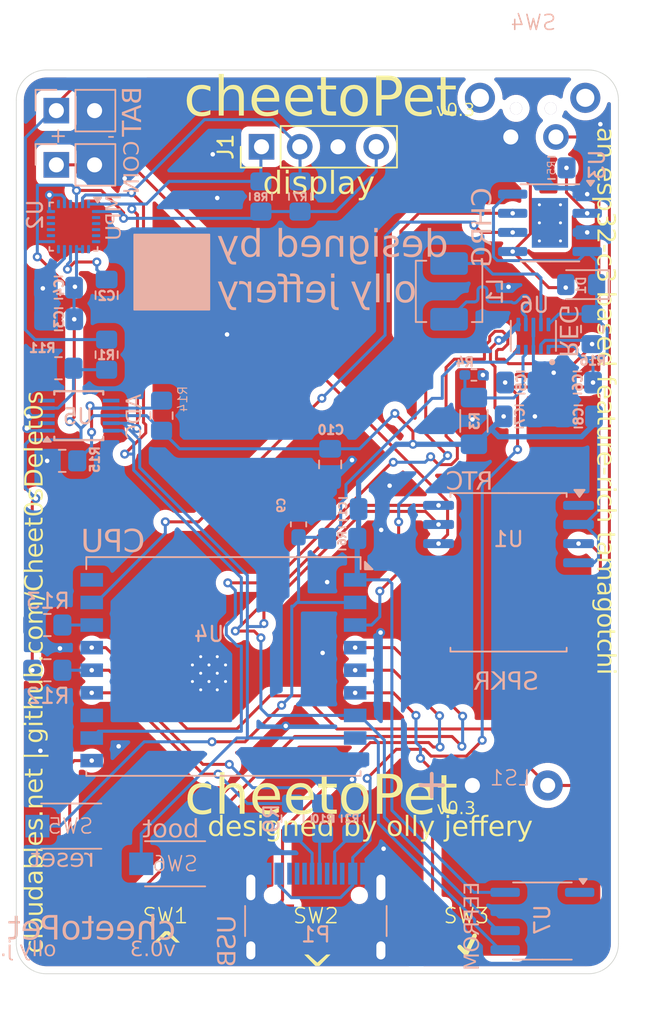
<source format=kicad_pcb>
(kicad_pcb (version 20241229) (generator "pcbnew") (generator_version "9.0")
  (title_block (rev "v0.2"))
  (layers (0 "F.Cu" signal) (2 "B.Cu" signal) (13 "F.Paste" user) (15 "B.Paste" user) (5 "F.SilkS" user "F.Silkscreen") (7 "B.SilkS" user "B.Silkscreen") (1 "F.Mask" user) (3 "B.Mask" user) (25 "Edge.Cuts" user))
  (net 0 "")
  (net 1 "+BATT")
  (net 2 "GND")
  (net 3 "Net-(BT2-+)")
  (net 4 "+3.3V")
  (net 5 "Net-(U2-REGOUT)")
  (net 6 "SDA")
  (net 7 "SCL")
  (net 8 "VI")
  (net 9 "AIN1")
  (net 10 "PG")
  (net 11 "Net-(U1-~{INT}{slash}SQW)")
  (net 12 "Net-(P1-CC)")
  (net 13 "Net-(P1-D+)")
  (net 15 "Net-(P1-D-)")
  (net 16 "IO0")
  (net 17 "Net-(U3-PROG)")
  (net 18 "D-")
  (net 19 "D+")
  (net 20 "B")
  (net 21 "X")
  (net 22 "A")
  (net 25 "IO2")
  (net 29 "Net-(U3-~{CHRG})")
  (net 30 "Net-(U3-~{STDBY})")
  (net 31 "AIN2")
  (net 32 "Net-(U5-AIN0)")
  (net 35 "Net-(U6-L2)")
  (net 36 "Net-(U6-L1)")
  (net 37 "Net-(U6-FB)")
  (net 38 "Net-(U5-AIN3)")
  (net 40 "MODE")
  (net 41 "Net-(U4-IO10)")
  (footprint "Library:PushButton_SMD_3_4_2mm" (layer "F.Cu") (at 148.3 125.35)
    (property "Reference" "SW1")
    (property "Value" "B")
  )
  (footprint "Library:PushButton_SMD_3_4_2mm" (layer "F.Cu") (at 168.3 125.35)
    (property "Reference" "SW3")
    (property "Value" "A")
  )
  (footprint "Library:PushButton_SMD_3_4_2mm" (layer "F.Cu") (at 158.3 125.35)
    (property "Reference" "SW2")
    (property "Value" "X")
  )
  (footprint "Connector_PinHeader_2.54mm:PinHeader_1x04_P2.54mm_Vertical" (layer "F.Cu") (at 154.69 74.3 90)
    (property "Reference" "J1")
    (property "Value" "SH1107 Display 128x128")
  )
  (footprint "Resistor_SMD:R_1206_3216Metric_Pad1.30x1.75mm_HandSolder" (layer "B.Cu") (at 168.8 92.5 90)
    (property "Reference" "R3")
    (property "Value" "1M")
  )
  (footprint "Resistor_SMD:R_0805_2012Metric_Pad1.20x1.40mm_HandSolder" (layer "B.Cu") (at 160.05 100.3 180)
    (property "Reference" "R6")
    (property "Value" "10k")
  )
  (footprint "cheeto:PS1240_PassiveBuzzer_12.2x3.5mm" (layer "B.Cu") (at 171.2 116.7 180)
    (property "Reference" "LS1")
    (property "Value" "spkr")
  )
  (footprint "Library:PushButton_SMD_3_4_2mm" (layer "B.Cu") (at 142.05 119.4 180)
    (property "Reference" "SW5")
    (property "Value" "RESET")
  )
  (footprint "cheeto:side switch" (layer "B.Cu") (at 172.75 72.15 180)
    (property "Reference" "SW4")
    (property "Value" "POWER")
  )
  (footprint "Sensor_Motion:InvenSense_QFN-24_3x3mm_P0.4mm" (layer "B.Cu") (at 142.2 79.6 180)
    (property "Reference" "U2")
    (property "Value" "MPU-9250")
  )
  (footprint "Resistor_SMD:R_0805_2012Metric_Pad1.20x1.40mm_HandSolder" (layer "B.Cu") (at 154.65 77.6 -90)
    (property "Reference" "R8")
    (property "Value" "4.7k")
  )
  (footprint "Resistor_SMD:R_0805_2012Metric_Pad1.20x1.40mm_HandSolder" (layer "B.Cu") (at 141.45 95.15 180)
    (property "Reference" "R15")
    (property "Value" "100k")
  )
  (footprint "Package_SO:SOIC-8-1EP_3.9x4.9mm_P1.27mm_EP2.41x3.3mm_ThermalVias" (layer "B.Cu") (at 173.85 79.35 180)
    (property "Reference" "U3")
    (property "Value" "TP4056-42-ESOP8")
  )
  (footprint "Capacitor_SMD:C_0805_2012Metric_Pad1.18x1.45mm_HandSolder" (layer "B.Cu") (at 141.2 83.65 180)
    (property "Reference" "C4")
    (property "Value" "10uF")
  )
  (footprint "Library:PushButton_SMD_3_4_2mm" (layer "B.Cu") (at 148.95 121.9 180)
    (property "Reference" "SW6")
    (property "Value" "BOOT")
  )
  (footprint "Resistor_SMD:R_0805_2012Metric_Pad1.20x1.40mm_HandSolder" (layer "B.Cu") (at 140.46 106.05)
    (property "Reference" "R13")
    (property "Value" "10k")
  )
  (footprint "Resistor_SMD:R_0805_2012Metric_Pad1.20x1.40mm_HandSolder" (layer "B.Cu") (at 141.2 89 180)
    (property "Reference" "R11")
    (property "Value" "100k")
  )
  (footprint "Resistor_SMD:R_0805_2012Metric_Pad1.20x1.40mm_HandSolder" (layer "B.Cu") (at 176.65 86.4 90)
    (property "Reference" "R16")
    (property "Value" "100k")
  )
  (footprint "Diode_SMD:D_0805_2012Metric_Pad1.15x1.40mm_HandSolder" (layer "B.Cu") (at 175.925 83.45 180)
    (property "Reference" "D1")
    (property "Value" "D")
  )
  (footprint "Capacitor_SMD:C_0805_2012Metric_Pad1.18x1.45mm_HandSolder" (layer "B.Cu") (at 171.9125 89.95)
    (property "Reference" "C5")
    (property "Value" "10µF")
  )
  (footprint "Package_SO:SOIC-16W_7.5x10.3mm_P1.27mm" (layer "B.Cu") (at 171.1 102.55 180)
    (property "Reference" "U1")
    (property "Value" "DS3231M")
  )
  (footprint "Resistor_SMD:R_0402_1005Metric_Pad0.72x0.64mm_HandSolder" (layer "B.Cu") (at 168.8 89.45 180)
    (property "Reference" "R4")
    (property "Value" "309k")
  )
  (footprint "Resistor_SMD:R_0805_2012Metric_Pad1.20x1.40mm_HandSolder" (layer "B.Cu") (at 148.05 92.15 90)
    (property "Reference" "R14")
    (property "Value" "100k")
  )
  (footprint "Resistor_SMD:R_0805_2012Metric_Pad1.20x1.40mm_HandSolder" (layer "B.Cu") (at 160.75 118.9 90)
    (property "Reference" "R2")
    (property "Value" "5.1k")
  )
  (footprint "Package_SO:SOIC-8_3.9x4.9mm_P1.27mm" (layer "B.Cu") (at 173.35 125.7 180)
    (property "Reference" "U7")
    (property "Value" "AT24CS04-SSHM")
  )
  (footprint "Resistor_SMD:R_0805_2012Metric_Pad1.20x1.40mm_HandSolder" (layer "B.Cu") (at 157.25 77.6 -90)
    (property "Reference" "R7")
    (property "Value" "4.7k")
  )
  (footprint "Capacitor_SMD:C_0805_2012Metric_Pad1.18x1.45mm_HandSolder" (layer "B.Cu") (at 175.7375 92.2)
    (property "Reference" "C8")
    (property "Value" "22µF")
  )
  (footprint "Package_SO:TSSOP-10_3x3mm_P0.5mm" (layer "B.Cu") (at 142.55 92.15)
    (property "Reference" "U5")
    (property "Value" "ADS1115IDGS")
  )
  (footprint "Capacitor_SMD:C_0805_2012Metric_Pad1.18x1.45mm_HandSolder" (layer "B.Cu") (at 171.8125 92.2 180)
    (property "Reference" "C7")
    (property "Value" "22µF")
  )
  (footprint "Inductor_SMD:L_Changjiang_FXL0420" (layer "B.Cu") (at 167.15 83.9 90)
    (property "Reference" "L1")
    (property "Value" "1 µH")
  )
  (footprint "Capacitor_SMD:C_0805_2012Metric_Pad1.18x1.45mm_HandSolder" (layer "B.Cu") (at 160.1 98.35)
    (property "Reference" "C1")
    (property "Value" "0.1µF")
  )
  (footprint "Resistor_SMD:R_0805_2012Metric_Pad1.20x1.40mm_HandSolder" (layer "B.Cu") (at 173.95 75.7 180)
    (property "Reference" "R5")
    (property "Value" "1.2k")
  )
  (footprint "Connector_USB:USB_C_Receptacle_HRO_TYPE-C-31-M-12" (layer "B.Cu") (at 158.3 126.6 180)
    (property "Reference" "P1")
    (property "Value" "USB_C_Plug_USB2.0")
  )
  (footprint "Capacitor_SMD:C_0805_2012Metric_Pad1.18x1.45mm_HandSolder" (layer "B.Cu") (at 175.675 89.95 180)
    (property "Reference" "C6")
    (property "Value" "10µF")
  )
  (footprint "Connector_PinHeader_2.54mm:PinHeader_1x02_P2.54mm_Vertical" (layer "B.Cu") (at 141.06 75.5 -90)
    (property "Reference" "BT2" (hide yes))
    (property "Value" "CR2032")
  )
  (footprint "cheeto:VREG_TPS63802DLAR" (layer "B.Cu") (at 172.75 86.85 90)
    (property "Reference" "U6")
    (property "Value" "TPS63802DLAR")
  )
  (footprint "Resistor_SMD:R_0805_2012Metric_Pad1.20x1.40mm_HandSolder" (layer "B.Cu") (at 156.75 118.9 90)
    (property "Reference" "R9")
    (property "Value" "22")
  )
  (footprint "Capacitor_SMD:C_0805_2012Metric_Pad1.18x1.45mm_HandSolder" (layer "B.Cu") (at 141.2125 85.75 180)
    (property "Reference" "C3")
    (property "Value" "0.1uF")
  )
  (footprint "Capacitor_SMD:C_0603_1608Metric_Pad1.08x0.95mm_HandSolder" (layer "B.Cu") (at 157.15 99.3625 -90)
    (property "Reference" "C9")
    (property "Value" "100nF")
  )
  (footprint "Capacitor_SMD:C_0805_2012Metric_Pad1.18x1.45mm_HandSolder" (layer "B.Cu") (at 159.25 95.3875 90)
    (property "Reference" "C10")
    (property "Value" "10µF")
  )
  (footprint "Resistor_SMD:R_0805_2012Metric_Pad1.20x1.40mm_HandSolder" (layer "B.Cu") (at 140.46 109.05 180)
    (property "Reference" "R12")
    (property "Value" "1.5k")
  )
  (footprint "Capacitor_SMD:C_0805_2012Metric_Pad1.18x1.45mm_HandSolder" (layer "B.Cu") (at 144.4 84.15 -90)
    (property "Reference" "C2")
    (property "Value" "0.1µf")
  )
  (footprint "RF_Module:ESP32-C3-WROOM-02U" (layer "B.Cu") (at 152.16 109.05 180)
    (property "Reference" "U4")
    (property "Value" "ESP32-C3-WROOM-02U")
  )
  (footprint "Connector_PinHeader_2.54mm:PinHeader_1x02_P2.54mm_Vertical" (layer "B.Cu") (at 141.06 71.9 -90)
    (property "Reference" "BT1" (hide yes))
    (property "Value" "1000mah lipo")
  )
  (footprint "Resistor_SMD:R_0805_2012Metric_Pad1.20x1.40mm_HandSolder" (layer "B.Cu") (at 144.4 88.1 -90)
    (property "Reference" "R1")
    (property "Value" "100k")
  )
  (footprint "Resistor_SMD:R_0805_2012Metric_Pad1.20x1.40mm_HandSolder" (layer "B.Cu") (at 158.75 118.9 90)
    (property "Reference" "R10")
    (property "Value" "22")
  )
  (gr_line (start 168.85 126.675) (end 168.3 127.825) (stroke (width 0.3)) (layer "F.SilkS"))
  (gr_line (start 168.25 127.825) (end 167.85 127.425) (stroke (width 0.3)) (layer "F.SilkS"))
  (gr_rect (start 146.23 80.12) (end 151.23 85.12) (stroke (width 0.1)) (fill yes) (layer "B.SilkS"))
  (gr_line (start 140.4 69.2) (end 176.4 69.2) (stroke (width 0.05)) (layer "Edge.Cuts"))
  (gr_arc (start 178.4 127.2) (mid 177.814214 128.614214) (end 176.4 129.2) (stroke (width 0.05)) (layer "Edge.Cuts"))
  (gr_line (start 178.4 71.2) (end 178.4 127.2) (stroke (width 0.05)) (layer "Edge.Cuts"))
  (gr_arc (start 138.4 71.2) (mid 138.985786 69.785786) (end 140.4 69.2) (stroke (width 0.05)) (layer "Edge.Cuts"))
  (gr_arc (start 140.4 129.2) (mid 138.985786 128.614214) (end 138.4 127.2) (stroke (width 0.05)) (layer "Edge.Cuts"))
  (gr_line (start 138.4 127.2) (end 138.4 71.2) (stroke (width 0.05)) (layer "Edge.Cuts"))
  (gr_line (start 176.4 129.2) (end 140.4 129.2) (stroke (width 0.05)) (layer "Edge.Cuts"))
  (gr_arc (start 176.4 69.2) (mid 177.814214 69.785786) (end 178.4 71.2) (stroke (width 0.05)) (layer "Edge.Cuts"))
  (gr_text "an esp32-c3 based feature-rich tamagotchi" (at 176.8 73 270) (layer "F.SilkS") (effects (font (size 1.2 1.2) (thickness 0.1)) (justify left bottom)))
  (gr_text "cheetoPet" (at 158.6 71.15 0) (layer "F.SilkS") (effects (font (size 2.6 2.6) (thickness 0.1))))
  (gr_text "^" (at 148.4 128.75 0) (layer "F.SilkS") (effects (font (size 2 2) (thickness 0.1)) (justify bottom)))
  (gr_text "display" (at 158.5 76.8 0) (layer "F.SilkS") (effects (font (size 1.5 1.5) (thickness 0.1))))
  (gr_text "cloudables.net | github.com/Cheet0sDelet0s" (at 139.65 127.85 90) (layer "F.SilkS") (effects (font (size 1.2 1.2) (thickness 0.1)) (justify left)))
  (gr_text "designed by olly jeffery" (at 151.1 120.275 0) (layer "F.SilkS") (effects (font (size 1.32 1.32) (thickness 0.1)) (justify left bottom)))
  (gr_text "^" (at 158.4 126.3 180) (layer "F.SilkS") (effects (font (size 2 2) (thickness 0.1)) (justify bottom)))
  (gr_text "v0.3" (at 166.325 118.75 0) (layer "F.SilkS") (effects (font (size 0.85 0.85) (thickness 0.1)) (justify left bottom)))
  (gr_text "cheetoPet" (at 158.65 117.5 0) (layer "F.SilkS") (effects (font (size 2.6 2.6) (thickness 0.1))))
  (gr_text "v0.3" (at 166.275 72.4 0) (layer "F.SilkS") (effects (font (size 0.85 0.85) (thickness 0.1)) (justify left bottom)))
  (gr_text "designed by\nolly jeffery" (at 151.71 84.93 0) (layer "B.SilkS") (effects (font (size 1.8 1.8) (thickness 0.1)) (justify right bottom mirror)))
  (gr_text "CHRG" (at 170.17 77 90) (layer "B.SilkS") (effects (font (size 1.3 1.3) (thickness 0.1)) (justify left bottom mirror)))
  (gr_text "reset" (at 143.6 122.3 0) (layer "B.SilkS") (effects (font (size 1.2 1.2) (thickness 0.1)) (justify left bottom mirror)))
  (gr_text "CPU" (at 146.95 101.45 0) (layer "B.SilkS") (effects (font (size 1.5 1.5) (thickness 0.1)) (justify left bottom mirror)))
  (gr_text "MPU" (at 145.5 77.45 90) (layer "B.SilkS") (effects (font (size 1 1) (thickness 0.1)) (justify left bottom mirror)))
  (gr_text "boot" (at 150.55 120.35 0) (layer "B.SilkS") (effects (font (size 1.2 1.2) (thickness 0.1)) (justify left bottom mirror)))
  (gr_text "BAT" (at 146.9 70.3 90) (layer "B.SilkS") (effects (font (size 1.25 1.25) (thickness 0.1)) (justify left bottom mirror)))
  (gr_text "cheetoPet" (at 149 127.2 0) (layer "B.SilkS") (effects (font (size 1.6 1.6) (thickness 0.1)) (justify left bottom mirror)))
  (gr_text "ADC" (at 146.85 90.7 90) (layer "B.SilkS") (effects (font (size 1 1) (thickness 0.1)) (justify left bottom mirror)))
  (gr_text "v0.3           olly j." (at 149 128.2 0) (layer "B.SilkS") (effects (font (size 1 1) (thickness 0.1)) (justify left bottom mirror)))
  (gr_text "SPKR" (at 173.1 110.55 0) (layer "B.SilkS") (effects (font (size 1.2 1.2) (thickness 0.1)) (justify left bottom mirror)))
  (gr_text "RTC" (at 170.07 97.27 0) (layer "B.SilkS") (effects (font (size 1.2 1.2) (thickness 0.1)) (justify left bottom mirror)))
  (gr_text "REG" (at 174.3 88.3 270) (layer "B.SilkS") (effects (font (size 1.2 1.2) (thickness 0.1)) (justify left bottom mirror)))
  (gr_text "COIN" (at 146.7 73.9 90) (layer "B.SilkS") (effects (font (size 1 1) (thickness 0.1)) (justify left bottom mirror)))
  (gr_text "EEPROM" (at 169.3 123.1 90) (layer "B.SilkS") (effects (font (size 1 1) (thickness 0.1)) (justify left bottom mirror)))
  (gr_text "-      +" (at 140.6 74.2 0) (layer "B.SilkS") (effects (font (size 1 1) (thickness 0.1)) (justify right bottom mirror)))
  (gr_text "USB" (at 152.46 127.03 90) (layer "B.SilkS") (effects (font (size 1.2 1.2) (thickness 0.1)) (justify mirror)))
  (segment (start 171.375 81.255) (end 172.55 80.08) (width 0.2) (layer "F.Cu") (net 1))
  (segment (start 147.5 71.25) (end 146.5 70.25) (width 0.2) (layer "F.Cu") (net 1))
  (segment (start 168.05 75.45) (end 163.85 71.25) (width 0.2) (layer "F.Cu") (net 1))
  (segment (start 142.3 70.25) (end 141.06 71.49) (width 0.2) (layer "F.Cu") (net 1))
  (segment (start 174.9 83.65) (end 173.77 83.65) (width 0.2) (layer "F.Cu") (net 1))
  (segment (start 173.77 83.65) (end 171.375 81.255) (width 0.2) (layer "F.Cu") (net 1))
  (segment (start 146.5 70.25) (end 142.3 70.25) (width 0.2) (layer "F.Cu") (net 1))
  (segment (start 172.55 76.8) (end 171.2 75.45) (width 0.2) (layer "F.Cu") (net 1))
  (segment (start 172.55 80.08) (end 172.55 76.8) (width 0.2) (layer "F.Cu") (net 1))
  (segment (start 163.85 71.25) (end 147.5 71.25) (width 0.2) (layer "F.Cu") (net 1))
  (segment (start 141.06 71.49) (end 141.06 71.9) (width 0.2) (layer "F.Cu") (net 1))
  (segment (start 171.2 75.45) (end 168.05 75.45) (width 0.2) (layer "F.Cu") (net 1))
  (via (at 171.375 81.255) (size 0.6) (drill 0.3) (layers "F.Cu" "B.Cu") (net 1))
  (via (at 174.9 83.65) (size 0.6) (drill 0.3) (layers "F.Cu" "B.Cu") (net 1))
  (segment (start 139.65 87.1) (end 139.001 86.451) (width 0.2) (layer "B.Cu") (net 1))
  (segment (start 139.001 86.451) (end 139.001 73.7) (width 0.2) (layer "B.Cu") (net 1))
  (segment (start 144.4 87.1) (end 139.65 87.1) (width 0.2) (layer "B.Cu") (net 1))
  (segment (start 139.001 73.7) (end 140.801 71.9) (width 0.2) (layer "B.Cu") (net 1))
  (segment (start 140.801 71.9) (end 141.06 71.9) (width 0.2) (layer "B.Cu") (net 1))
  (segment (start 176.325 77.445) (end 176.926 78.046) (width 0.2) (layer "F.Cu") (net 2))
  (segment (start 176.926 78.046) (end 176.926 79.384) (width 0.2) (layer "F.Cu") (net 2))
  (segment (start 176.926 79.384) (end 176.325 79.985) (width 0.2) (layer "F.Cu") (net 2))
  (via (at 174.1 89.3) (size 0.6) (drill 0.3) (layers "F.Cu" "B.Cu") (net 2))
  (via (at 140.1625 83.7) (size 0.6) (drill 0.3) (layers "F.Cu" "B.Cu") (net 2))
  (via (at 140.45 95.15) (size 0.6) (drill 0.3) (layers "F.Cu" "B.Cu") (net 2))
  (via (at 156.3 112.75) (size 0.6) (drill 0.3) (layers "F.Cu" "B.Cu") (net 2))
  (via (at 160.7 116.3) (size 0.6) (drill 0.3) (layers "F.Cu" "B.Cu") (net 2))
  (via (at 139.2 92.2) (size 0.6) (drill 0.3) (layers "F.Cu" "B.Cu") (net 2))
  (via (at 172.85 92.2) (size 0.6) (drill 0.3) (layers "F.Cu" "B.Cu") (net 2))
  (via (at 140 114.4) (size 0.6) (drill 0.3) (layers "F.Cu" "B.Cu") (net 2))
  (via (at 145.6 76.4) (size 0.6) (drill 0.3) (layers "F.Cu" "B.Cu") (net 2))
  (via (at 152.4 86.76) (size 0.6) (drill 0.3) (layers "F.Cu" "B.Cu") (net 2))
  (via (at 145.2 114.1) (size 0.6) (drill 0.3) (layers "F.Cu" "B.Cu") (net 2))
  (via (at 160.7 95.1) (size 0.6) (drill 0.3) (layers "F.Cu" "B.Cu") (net 2))
  (via (at 141.3 107.6) (size 0.6) (drill 0.3) (layers "F.Cu" "B.Cu") (net 2))
  (via (at 151.45 74.8) (size 0.6) (drill 0.3) (layers "F.Cu" "B.Cu") (net 2))
  (via (at 162.8 120.9) (size 0.6) (drill 0.3) (layers "F.Cu" "B.Cu") (net 2))
  (via (at 162.640391 99.737) (size 0.6) (drill 0.3) (layers "F.Cu" "B.Cu") (net 2))
  (via (at 159.05 103.2) (size 0.6) (drill 0.3) (layers "F.Cu" "B.Cu") (net 2))
  (via (at 162.6 106.55) (size 0.6) (drill 0.3) (layers "F.Cu" "B.Cu") (net 2))
  (via (at 168.7 92.4) (size 0.6) (drill 0.3) (layers "F.Cu" "B.Cu") (net 2))
  (via (at 140.6 77.5) (size 0.6) (drill 0.3) (layers "F.Cu" "B.Cu") (net 2))
  (via (at 151.75 77.7) (size 0.6) (drill 0.3) (layers "F.Cu" "B.Cu") (net 2))
  (via (at 171.1 83.6) (size 0.6) (drill 0.3) (layers "F.Cu" "B.Cu") (net 2))
  (via (at 158.75 107.9) (size 0.6) (drill 0.3) (layers "F.Cu" "B.Cu") (net 2))
  (via (at 176.325 79.985) (size 0.6) (drill 0.3) (layers "F.Cu" "B.Cu") (net 2))
  (via (at 163.2 96.8) (size 0.6) (drill 0.3) (layers "F.Cu" "B.Cu") (net 2))
  (via (at 139.1 93) (size 0.6) (drill 0.3) (layers "F.Cu" "B.Cu") (net 2))
  (via (at 169.3975 89.45) (size 0.6) (drill 0.3) (layers "F.Cu" "B.Cu") (net 2))
  (via (at 176.325 77.445) (size 0.6) (drill 0.3) (layers "F.Cu" "B.Cu") (net 2))
  (via (at 177.2 72.8) (size 0.6) (drill 0.3) (layers "F.Cu" "B.Cu") (net 2))
  (segment (start 141.6 81.1) (end 141.6 81.7) (width 0.2) (layer "B.Cu") (net 2))
  (segment (start 140.1625 83.65) (end 140.1625 83.7) (width 0.2) (layer "B.Cu") (net 2))
  (segment (start 141.6 81.7) (end 140.55 82.75) (width 0.2) (layer "B.Cu") (net 2))
  (segment (start 140.1625 85.7375) (end 140.175 85.75) (width 0.2) (layer "B.Cu") (net 2))
  (segment (start 141.4 77.5) (end 141.6 77.7) (width 0.2) (layer "B.Cu") (net 2))
  (segment (start 139.25 93.15) (end 139.2 93.2) (width 0.2) (layer "B.Cu") (net 2))
  (segment (start 140.6 78.5) (end 140.7 78.6) (width 0.2) (layer "B.Cu") (net 2))
  (segment (start 140.4 92.15) (end 139.25 92.15) (width 0.2) (layer "B.Cu") (net 2))
  (segment (start 172.75 89.75) (end 172.95 89.95) (width 0.2) (layer "B.Cu") (net 2))
  (segment (start 172.75 87.75) (end 172.75 86.3) (width 0.2) (layer "B.Cu") (net 2))
  (segment (start 139.2 93.2) (end 139.1 93.1) (width 0.2) (layer "B.Cu") (net 2))
  (segment (start 139.1 93.1) (end 139.1 93) (width 0.2) (layer "B.Cu") (net 2))
  (segment (start 172.75 87.75) (end 172.75 89.75) (width 0.2) (layer "B.Cu") (net 2))
  (segment (start 140.55 83.2625) (end 140.1625 83.65) (width 0.2) (layer "B.Cu") (net 2))
  (segment (start 141.6 77.7) (end 141.6 78.1) (width 0.2) (layer "B.Cu") (net 2))
  (segment (start 140.6 77.5) (end 141.4 77.5) (width 0.2) (layer "B.Cu") (net 2))
  (segment (start 140.1625 83.7) (end 140.1625 85.7375) (width 0.2) (layer "B.Cu") (net 2))
  (segment (start 139.25 92.15) (end 139.2 92.2) (width 0.2) (layer "B.Cu") (net 2))
  (segment (start 140.55 82.75) (end 140.55 83.2625) (width 0.2) (layer "B.Cu") (net 2))
  (segment (start 140.4 93.15) (end 139.25 93.15) (width 0.2) (layer "B.Cu") (net 2))
  (segment (start 140.6 77.5) (end 140.6 78.5) (width 0.2) (layer "B.Cu") (net 2))
  (segment (start 144.07676 76.651) (end 143.12324 76.651) (width 0.2) (layer "F.Cu") (net 3))
  (segment (start 143.12324 76.651) (end 142.449 75.97676) (width 0.2) (layer "F.Cu") (net 3))
  (segment (start 157.744943 87.194943) (end 145.63888 75.08888) (width 0.2) (layer "F.Cu") (net 3))
  (segment (start 166.45 100.645) (end 167.051 100.044) (width 0.2) (layer "F.Cu") (net 3))
  (segment (start 167.051 100.044) (end 167.051 97.856057) (width 0.2) (layer "F.Cu") (net 3))
  (segment (start 157.744943 88.55) (end 157.744943 87.194943) (width 0.2) (layer "F.Cu") (net 3))
  (segment (start 142.449 75.5) (end 141.06 75.5) (width 0.2) (layer "F.Cu") (net 3))
  (segment (start 167.051 97.856057) (end 157.744943 88.55) (width 0.2) (layer "F.Cu") (net 3))
  (segment (start 145.63888 75.08888) (end 144.07676 76.651) (width 0.2) (layer "F.Cu") (net 3))
  (segment (start 142.449 75.97676) (end 142.449 75.5) (width 0.2) (layer "F.Cu") (net 3))
  (via (at 166.45 100.645) (size 0.6) (drill 0.3) (layers "F.Cu" "B.Cu") (net 3))
  (segment (start 163.55 92) (end 164.75 93.2) (width 0.2) (layer "F.Cu") (net 4))
  (segment (start 141.947014 92.546811) (end 142.25 92.243825) (width 0.2) (layer "F.Cu") (net 4))
  (segment (start 144.05 77.2) (end 142.4 77.2) (width 0.2) (layer "F.Cu") (net 4))
  (segment (start 139.46 109.05) (end 139.46 97.89) (width 0.2) (layer "F.Cu") (net 4))
  (segment (start 142.29375 83.59375) (end 141.84375 83.59375) (width 0.2) (layer "F.Cu") (net 4))
  (segment (start 169.9 87.7) (end 169.9 88.6) (width 0.2) (layer "F.Cu") (net 4))
  (segment (start 142.25 92.243825) (end 142.25 85.75) (width 0.2) (layer "F.Cu") (net 4))
  (segment (start 141.84375 83.59375) (end 139.8 81.55) (width 0.2) (layer "F.Cu") (net 4))
  (segment (start 139.46 97.89) (end 139.7 97.65) (width 0.2) (layer "F.Cu") (net 4))
  (segment (start 164.75 93.2) (end 164.75 94.05) (width 0.2) (layer "F.Cu") (net 4))
  (segment (start 170.2 88.9) (end 170.2 91.625) (width 0.2) (layer "F.Cu") (net 4))
  (segment (start 170.2 91.625) (end 170.775 92.2) (width 0.2) (layer "F.Cu") (net 4))
  (segment (start 169.9 88.6) (end 170.2 88.9) (width 0.2) (layer "F.Cu") (net 4))
  (segment (start 145.528225 79.050887) (end 145.528225 78.678225) (width 0.2) (layer "F.Cu") (net 4))
  (segment (start 145.528225 78.678225) (end 144.05 77.2) (width 0.2) (layer "F.Cu") (net 4))
  (segment (start 170.45 87.15) (end 169.9 87.7) (width 0.2) (layer "F.Cu") (net 4))
  (via (at 142.29375 83.59375) (size 0.6) (drill 0.3) (layers "F.Cu" "B.Cu") (net 4))
  (via (at 170.45 87.15) (size 0.6) (drill 0.3) (layers "F.Cu" "B.Cu") (net 4))
  (via (at 145.528225 79.050887) (size 0.6) (drill 0.3) (layers "F.Cu" "B.Cu") (net 4))
  (via (at 164.75 94.05) (size 0.6) (drill 0.3) (layers "F.Cu" "B.Cu") (net 4))
  (via (at 142.25 85.75) (size 0.6) (drill 0.3) (layers "F.Cu" "B.Cu") (net 4))
  (via (at 139.7 97.65) (size 0.6) (drill 0.3) (layers "F.Cu" "B.Cu") (net 4))
  (via (at 139.7946 81.608579) (size 0.6) (drill 0.3) (layers "F.Cu" "B.Cu") (net 4))
  (via (at 141.947014 92.546811) (size 0.6) (drill 0.3) (layers "F.Cu" "B.Cu") (net 4))
  (via (at 142.4 77.2) (size 0.6) (drill 0.3) (layers "F.Cu" "B.Cu") (net 4))
  (via (at 170.775 92.2) (size 0.6) (drill 0.3) (layers "F.Cu" "B.Cu") (net 4))
  (via (at 163.55 92) (size 0.6) (drill 0.3) (layers "F.Cu" "B.Cu") (net 4))
  (via (at 139.46 109.05) (size 0.6) (drill 0.3) (layers "F.Cu" "B.Cu") (net 4))
  (segment (start 144.7 92.15) (end 147.05 92.15) (width 0.2) (layer "B.Cu") (net 4))
  (segment (start 145.3 78.6) (end 145.3 78.7) (width 0.2) (layer "B.Cu") (net 4))
  (segment (start 142.4 81.1) (end 142.8 81.1) (width 0.2) (layer "B.Cu") (net 4))
  (segment (start 142.7 93.75) (end 142.7 93) (width 0.2) (layer "B.Cu") (net 4))
  (segment (start 147.05 92.15) (end 148.05 93.15) (width 0.2) (layer "B.Cu") (net 4))
  (segment (start 171.75 86.1) (end 170.7 87.15) (width 0.35) (layer "B.Cu") (net 4))
  (segment (start 142.4 77.2) (end 142.4 77.15) (width 0.2) (layer "B.Cu") (net 4))
  (segment (start 176.146968 99.375) (end 177.076 100.304032) (width 0.2) (layer "B.Cu") (net 4))
  (segment (start 142.2375 85.1875) (end 142.25 85.2) (width 0.2) (layer "B.Cu") (net 4))
  (segment (start 154.2 79.05) (end 145.75 79.05) (width 0.2) (layer "B.Cu") (net 4))
  (segment (start 145.75 79.05) (end 145.3 78.6) (width 0.2) (layer "B.Cu") (net 4))
  (segment (start 142.2375 83.65) (end 142.2375 85.7375) (width 0.2) (layer "B.Cu") (net 4))
  (segment (start 161.1375 100.2125) (end 161.05 100.3) (width 0.2) (layer "B.Cu") (net 4))
  (segment (start 168.8 94.05) (end 168.925 94.05) (width 0.2) (layer "B.Cu") (net 4))
  (segment (start 161.05 102.91) (end 160.91 103.05) (width 0.2) (layer "B.Cu") (net 4))
  (segment (start 169.9375 93.0375) (end 170.775 92.2) (width 0.35) (layer "B.Cu") (net 4))
  (segment (start 154.65 78.6) (end 154.2 79.05) (width 0.2) (layer "B.Cu") (net 4))
  (segment (start 177.076 92.501) (end 176.775 92.2) (width 0.2) (layer "B.Cu") (net 4))
  (segment (start 139.8 80.6) (end 140.7 80.6) (width 0.2) (layer "B.Cu") (net 4))
  (segment (start 170.45 93.55) (end 175.95 93.55) (width 0.35) (layer "B.Cu") (net 4))
  (segment (start 142.29375 83.59375) (end 142.2375 83.65) (width 0.2) (layer "B.Cu") (net 4))
  (segment (start 176.774999 101.915) (end 175.75 101.915) (width 0.2) (layer "B.Cu") (net 4))
  (segment (start 143.55 92.15) (end 144.7 92.15) (width 0.2) (layer "B.Cu") (net 4))
  (segment (start 145.3 78.7) (end 145.55 78.95) (width 0.2) (layer "B.Cu") (net 4))
  (segment (start 161.05 100.3) (end 161.05 102.91) (width 0.35) (layer "B.Cu") (net 4))
  (segment (start 142.05 92.35) (end 141.95 92.35) (width 0.2) (layer "B.Cu") (net 4))
  (segment (start 163.65 94.05) (end 164.75 94.05) (width 0.35) (layer "B.Cu") (net 4))
  (segment (start 159.65 78.6) (end 162.31 75.94) (width 0.2) (layer "B.Cu") (net 4))
  (segment (start 161.1375 96.5625) (end 163.65 94.05) (width 0.35) (layer "B.Cu") (net 4))
  (segment (start 139.3 93.75) (end 142.7 93.75) (width 0.2) (layer "B.Cu") (net 4))
  (segment (start 175.95 93.55) (end 176.775 92.725) (width 0.35) (layer "B.Cu") (net 4))
  (segment (start 142.4 77.15) (end 142.1 76.85) (width 0.2) (layer "B.Cu") (net 4))
  (segment (start 145.3 78.6) (end 143.7 78.6) (width 0.2) (layer "B.Cu") (net 4))
  (segment (start 161.1375 98.35) (end 161.1375 100.2125) (width 0.35) (layer "B.Cu") (net 4))
  (segment (start 163.1 103.05) (end 160.91 103.05) (width 0.2) (layer "B.Cu") (net 4))
  (segment (start 162.31 75.94) (end 162.31 74.3) (width 0.2) (layer "B.Cu") (net 4))
  (segment (start 159.25 94.35) (end 161.2 94.35) (width 0.2) (layer "B.Cu") (net 4))
  (segment (start 177.076 98.445968) (end 177.076 92.501) (width 0.2) (layer "B.Cu") (net 4))
  (segment (start 176.146968 99.375) (end 177.076 98.445968) (width 0.2) (layer "B.Cu") (net 4))
  (segment (start 139.001 96.951) (end 139.001 94.049) (width 0.2) (layer "B.Cu") (net 4))
  (segment (start 139.7 97.65) (end 139.001 96.951) (width 0.2) (layer "B.Cu") (net 4))
  (segment (start 168.925 94.05) (end 169.9375 93.0375) (width 0.35) (layer "B.Cu") (net 4))
  (segment (start 169.9375 93.0375) (end 170.45 93.55) (width 0.35) (layer "B.Cu") (net 4))
  (segment (start 139.8 76.85) (end 139.8 80.6) (width 0.2) (layer "B.Cu") (net 4))
  (segment (start 163.35 118.35) (end 163.35 103.3) (width 0.2) (layer "B.Cu") (net 4))
  (segment (start 177.076 101.613999) (end 176.774999 101.915) (width 0.2) (layer "B.Cu") (net 4))
  (segment (start 139.001 94.049) (end 139.3 93.75) (width 0.2) (layer "B.Cu") (net 4))
  (segment (start 157.25 78.6) (end 159.65 78.6) (width 0.2) (layer "B.Cu") (net 4))
  (segment (start 161.2 94.35) (end 163.55 92) (width 0.2) (layer "B.Cu") (net 4))
  (segment (start 142.4 78.1) (end 142.4 77.2) (width 0.2) (layer "B.Cu") (net 4))
  (segment (start 159.25 94.35) (end 149.25 94.35) (width 0.2) (layer "B.Cu") (net 4))
  (segment (start 139.7946 81.608579) (end 139.7946 80.6054) (width 0.2) (layer "B.Cu") (net 4))
  (segment (start 176.775 92.725) (end 176.775 92.2) (width 0.35) (layer "B.Cu") (net 4))
  (segment (start 149.25 94.35) (end 148.05 93.15) (width 0.2) (layer "B.Cu") (net 4))
  (segment (start 142.7 93) (end 142.05 92.35) (width 0.2) (layer "B.Cu") (net 4))
  (segment (start 154.65 78.6) (end 157.25 78.6) (width 0.2) (layer "B.Cu") (net 4))
  (segment (start 163.35 103.3) (end 163.1 103.05) (width 0.2) (layer "B.Cu") (net 4))
  (segment (start 170.875 123.795) (end 168.795 123.795) (width 0.2) (layer "B.Cu") (net 4))
  (segment (start 177.076 100.304032) (end 177.076 101.613999) (width 0.2) (layer "B.Cu") (net 4))
  (segment (start 139.7946 80.6054) (end 139.8 80.6) (width 0.2) (layer "B.Cu") (net 4))
  (segment (start 142.4 83.4875) (end 142.29375 83.59375) (width 0.2) (layer "B.Cu") (net 4))
  (segment (start 142.1 76.85) (end 139.8 76.85) (width 0.2) (layer "B.Cu") (net 4))
  (segment (start 164.75 94.05) (end 168.8 94.05) (width 0.35) (layer "B.Cu") (net 4))
  (segment (start 175.75 99.375) (end 176.146968 99.375) (width 0.2) (layer "B.Cu") (net 4))
  (segment (start 168.795 123.795) (end 163.35 118.35) (width 0.2) (layer "B.Cu") (net 4))
  (segment (start 142.7 93) (end 143.55 92.15) (width 0.2) (layer "B.Cu") (net 4))
  (segment (start 161.1375 98.35) (end 161.1375 96.5625) (width 0.35) (layer "B.Cu") (net 4))
  (segment (start 170.7 87.15) (end 170.45 87.15) (width 0.2) (layer "B.Cu") (net 4))
  (segment (start 142.4 81.1) (end 142.4 83.4875) (width 0.2) (layer "B.Cu") (net 4))
  (segment (start 142.2375 85.7375) (end 142.25 85.75) (width 0.2) (layer "B.Cu") (net 4))
  (segment (start 141.8 82.429553) (end 141.79833 82.427883) (width 0.2) (layer "F.Cu") (net 5))
  (segment (start 143.75 81.95) (end 142.279553 81.95) (width 0.2) (layer "F.Cu") (net 5))
  (segment (start 142.279553 81.95) (end 141.8 82.429553) (width 0.2) (layer "F.Cu") (net 5))
  (via (at 141.8 82.429553) (size 0.6) (drill 0.3) (layers "F.Cu" "B.Cu") (net 5))
  (via (at 143.75 81.95) (size 0.6) (drill 0.3) (layers "F.Cu" "B.Cu") (net 5))
  (segment (start 141.8 82.429553) (end 141.79833 82.427883) (width 0.2) (layer "B.Cu") (net 5))
  (segment (start 144.4 83.1125) (end 143.75 82.4625) (width 0.2) (layer "B.Cu") (net 5))
  (segment (start 143.75 81.95) (end 143.75 81.9) (width 0.2) (layer "B.Cu") (net 5))
  (segment (start 141.79833 82.427883) (end 141.79833 82.10167) (width 0.2) (layer "B.Cu") (net 5))
  (segment (start 142 81.9) (end 142 81.1) (width 0.2) (layer "B.Cu") (net 5))
  (segment (start 141.79833 82.10167) (end 142 81.9) (width 0.2) (layer "B.Cu") (net 5))
  (segment (start 143.75 82.4625) (end 143.75 81.95) (width 0.2) (layer "B.Cu") (net 5))
  (segment (start 161.4611 98.506) (end 165.581 98.506) (width 0.2) (layer "F.Cu") (net 6))
  (segment (start 165.581 98.506) (end 166.45 99.375) (width 0.2) (layer "F.Cu") (net 6))
  (segment (start 154.85 105.95) (end 154.85 105.1171) (width 0.2) (layer "F.Cu") (net 6))
  (segment (start 146.45 78.8) (end 146.45 92.95) (width 0.2) (layer "F.Cu") (net 6))
  (segment (start 154.85 105.1171) (end 161.4611 98.506) (width 0.2) (layer "F.Cu") (net 6))
  (segment (start 146.075 78.425) (end 146.45 78.8) (width 0.2) (layer "F.Cu") (net 6))
  (via (at 146.4 93) (size 0.6) (drill 0.3) (layers "F.Cu" "B.Cu") (net 6))
  (via (at 146.075 78.425) (size 0.6) (drill 0.3) (layers "F.Cu" "B.Cu") (net 6))
  (via (at 166.45 99.375) (size 0.6) (drill 0.3) (layers "F.Cu" "B.Cu") (net 6))
  (via (at 154.85 105.95) (size 0.6) (drill 0.3) (layers "F.Cu" "B.Cu") (net 6))
  (segment (start 168.85 125.6) (end 168.85 125.926968) (width 0.2) (layer "B.Cu") (net 6))
  (segment (start 153.75 106.15) (end 154.65 106.15) (width 0.2) (layer "B.Cu") (net 6))
  (segment (start 168.85 125.926968) (end 170.528032 127.605) (width 0.2) (layer "B.Cu") (net 6))
  (segment (start 146.7 119.9) (end 153.05 113.55) (width 0.2) (layer "B.Cu") (net 6))
  (segment (start 162.449 119.199) (end 168.85 125.6) (width 0.2) (layer "B.Cu") (net 6))
  (segment (start 154.65 106.15) (end 154.85 105.95) (width 0.2) (layer "B.Cu") (net 6))
  (segment (start 153.75 102.75) (end 153.75 106.15) (width 0.2) (layer "B.Cu") (net 6))
  (segment (start 146.075 78.425) (end 146.15 78.5) (width 0.2) (layer "B.Cu") (net 6))
  (segment (start 145.5 92.65) (end 146.6 93.75) (width 0.2) (layer "B.Cu") (net 6))
  (segment (start 146.05 78.1) (end 147.05 78.1) (width 0.2) (layer "B.Cu") (net 6))
  (segment (start 154.65 74.34) (end 154.69 74.3) (width 0.2) (layer "B.Cu") (net 6))
  (segment (start 146.6 93.75) (end 146.6 95.6) (width 0.2) (layer "B.Cu") (net 6))
  (segment (start 146.05 78.4) (end 146.075 78.425) (width 0.2) (layer "B.Cu") (net 6))
  (segment (start 144.7 92.65) (end 145.5 92.65) (width 0.2) (layer "B.Cu") (net 6))
  (segment (start 146.7 119.9) (end 146.7 121.9) (width 0.2) (layer "B.Cu") (net 6))
  (segment (start 153.75 106.15) (end 153.75 113.55) (width 0.2) (layer "B.Cu") (net 6))
  (segment (start 148.55 76.6) (end 154.65 76.6) (width 0.2) (layer "B.Cu") (net 6))
  (segment (start 146.05 78.1) (end 146.05 78.4) (width 0.2) (layer "B.Cu") (net 6))
  (segment (start 154.65 76.6) (end 154.65 74.34) (width 0.2) (layer "B.Cu") (net 6))
  (segment (start 143.2 78.1) (end 146.05 78.1) (width 0.2) (layer "B.Cu") (net 6))
  (segment (start 146.6 95.6) (end 153.75 102.75) (width 0.2) (layer "B.Cu") (net 6))
  (segment (start 147.05 78.1) (end 148.55 76.6) (width 0.2) (layer "B.Cu") (net 6))
  (segment (start 162.449 113.8561) (end 162.449 119.199) (width 0.2) (layer "B.Cu") (net 6))
  (segment (start 146.05 92.65) (end 144.7 92.65) (width 0.2) (layer "B.Cu") (net 6))
  (segment (start 153.05 113.55) (end 153.75 113.55) (width 0.2) (layer "B.Cu") (net 6))
  (segment (start 153.75 113.55) (end 160.91 113.55) (width 0.2) (layer "B.Cu") (net 6))
  (segment (start 170.528032 127.605) (end 170.875 127.605) (width 0.2) (layer "B.Cu") (net 6))
  (segment (start 162.1429 113.55) (end 162.449 113.8561) (width 0.2) (layer "B.Cu") (net 6))
  (segment (start 160.91 113.55) (end 162.1429 113.55) (width 0.2) (layer "B.Cu") (net 6))
  (segment (start 146.4 93) (end 146.05 92.65) (width 0.2) (layer "B.Cu") (net 6))
  (segment (start 166.45 98.105) (end 161.295 98.105) (width 0.2) (layer "F.Cu") (net 7))
  (segment (start 146.05 77.35) (end 146.851 78.151) (width 0.2) (layer "F.Cu") (net 7))
  (segment (start 146.851 92.601057) (end 147.001 92.751057) (width 0.2) (layer "F.Cu") (net 7))
  (segment (start 147.001 92.751057) (end 147.001 93.299) (width 0.2) (layer "F.Cu") (net 7))
  (segment (start 146.851 78.151) (end 146.851 92.601057) (width 0.2) (layer "F.Cu") (net 7))
  (segment (start 161.295 98.105) (end 152.95 106.45) (width 0.2) (layer "F.Cu") (net 7))
  (segment (start 154.2 106.45) (end 154.65 106.9) (width 0.2) (layer "F.Cu") (net 7))
  (segment (start 147.001 93.299) (end 145.65 94.65) (width 0.2) (layer "F.Cu") (net 7))
  (segment (start 152.95 106.45) (end 154.2 106.45) (width 0.2) (layer "F.Cu") (net 7))
  (via (at 154.65 106.9) (size 0.6) (drill 0.3) (layers "F.Cu" "B.Cu") (net 7))
  (via (at 146.05 77.35) (size 0.6) (drill 0.3) (layers "F.Cu" "B.Cu") (net 7))
  (via (at 152.95 106.45) (size 0.6) (drill 0.3) (layers "F.Cu" "B.Cu") (net 7))
  (via (at 145.6 94.7) (size 0.6) (drill 0.3) (layers "F.Cu" "B.Cu") (net 7))
  (via (at 166.45 98.105) (size 0.6) (drill 0.3) (layers "F.Cu" "B.Cu") (net 7))
  (segment (start 153.349 102.9161) (end 153.349 103.35) (width 0.2) (layer "B.Cu") (net 7))
  (segment (start 157.25 76.6) (end 157.25 74.32) (width 0.2) (layer "B.Cu") (net 7))
  (segment (start 162.85 113.69) (end 161.21 112.05) (width 0.2) (layer "B.Cu") (net 7))
  (segment (start 146.05 77.35) (end 150.9 72.5) (width 0.2) (layer "B.Cu") (net 7))
  (segment (start 170.875 126.335) (end 170.385 126.335) (width 0.2) (layer "B.Cu") (net 7))
  (segment (start 146.199 93.9161) (end 146.199 94.7) (width 0.2) (layer "B.Cu") (net 7))
  (segment (start 143 77.5) (end 145.9 77.5) (width 0.2) (layer "B.Cu") (net 7))
  (segment (start 142.8 77.7) (end 143 77.5) (width 0.2) (layer "B.Cu") (net 7))
  (segment (start 150.9 72.5) (end 155.43 72.5) (width 0.2) (layer "B.Cu") (net 7))
  (segment (start 155.1 112.05) (end 154.65 111.6) (width 0.2) (layer "B.Cu") (net 7))
  (segment (start 154.65 106.9) (end 154.65 111.6) (width 0.2) (layer "B.Cu") (net 7))
  (segment (start 153.349 103.35) (end 153.349 106.051) (width 0.2) (layer "B.Cu") (net 7))
  (segment (start 142.8 78.1) (end 142.8 77.7) (width 0.2) (layer "B.Cu") (net 7))
  (segment (start 145.4329 93.15) (end 146.199 93.9161) (width 0.2) (layer "B.Cu") (net 7))
  (segment (start 146.199 94.7) (end 146.199 95.7661) (width 0.2) (layer "B.Cu") (net 7))
  (segment (start 162.85 118.8) (end 162.85 113.69) (width 0.2) (layer "B.Cu") (net 7))
  (segment (start 170.385 126.335) (end 162.85 118.8) (width 0.2) (layer "B.Cu") (net 7))
  (segment (start 161.21 112.05) (end 160.91 112.05) (width 0.2) (layer "B.Cu") (net 7))
  (segment (start 157.25 74.32) (end 157.23 74.3) (width 0.2) (layer "B.Cu") (net 7))
  (segment (start 153.349 106.051) (end 152.95 106.45) (width 0.2) (layer "B.Cu") (net 7))
  (segment (start 145.6 94.7) (end 146.199 94.7) (width 0.2) (layer "B.Cu") (net 7))
  (segment (start 146.199 95.7661) (end 153.349 102.9161) (width 0.2) (layer "B.Cu") (net 7))
  (segment (start 144.7 93.15) (end 145.4329 93.15) (width 0.2) (layer "B.Cu") (net 7))
  (segment (start 145.9 77.5) (end 146.05 77.35) (width 0.2) (layer "B.Cu") (net 7))
  (segment (start 155.1 112.05) (end 160.91 112.05) (width 0.2) (layer "B.Cu") (net 7))
  (segment (start 155.43 72.5) (end 157.23 74.3) (width 0.2) (layer "B.Cu") (net 7))
  (segment (start 161.709313 116.229448) (end 163.639761 114.299) (width 0.2) (layer "F.Cu") (net 8))
  (segment (start 171.175 90.25) (end 176.4125 90.25) (width 0.2) (layer "F.Cu") (net 8))
  (segment (start 165.498943 114.299) (end 165.950943 114.751) (width 0.2) (layer "F.Cu") (net 8))
  (segment (start 170.875 89.95) (end 171.175 90.25) (width 0.2) (layer "F.Cu") (net 8))
  (segment (start 163.639761 114.299) (end 165.498943 114.299) (width 0.2) (layer "F.Cu") (net 8))
  (segment (start 171.7 94.4) (end 171.7 90.775) (width 0.2) (layer "F.Cu") (net 8))
  (segment (start 176.4125 90.25) (end 176.7125 89.95) (width 0.2) (layer "F.Cu") (net 8))
  (segment (start 168.299 114.751) (end 169.35 113.7) (width 0.2) (layer "F.Cu") (net 8))
  (segment (start 171.7 90.775) (end 170.875 89.95) (width 0.2) (layer "F.Cu") (net 8))
  (segment (start 165.950943 114.751) (end 168.299 114.751) (width 0.2) (layer "F.Cu") (net 8))
  (via (at 170.875 89.95) (size 0.6) (drill 0.3) (layers "F.Cu" "B.Cu") (net 8))
  (via (at 176.7125 89.95) (size 0.6) (drill 0.3) (layers "F.Cu" "B.Cu") (net 8))
  (via (at 161.709313 116.229448) (size 0.6) (drill 0.3) (layers "F.Cu" "B.Cu") (net 8))
  (via (at 171.7 94.4) (size 0.6) (drill 0.3) (layers "F.Cu" "B.Cu") (net 8))
  (via (at 169.35 113.7) (size 0.6) (drill 0.3) (layers "F.Cu" "B.Cu") (net 8))
  (segment (start 177.651 87.98516) (end 177.651 86.401) (width 0.2) (layer "B.Cu") (net 8))
  (segment (start 159.932 124.15) (end 156.668 124.15) (width 0.2) (layer "B.Cu") (net 8))
  (segment (start 175.649 87.98516) (end 175.96484 88.301) (width 0.2) (layer "B.Cu") (net 8))
  (segment (start 176.201 88.301) (end 177.33516 88.301) (width 0.2) (layer "B.Cu") (net 8))
  (segment (start 176.201 88.301) (end 176.7125 88.8125) (width 0.2) (layer "B.Cu") (net 8))
  (segment (start 177.651 86.401) (end 176.65 85.4) (width 0.2) (layer "B.Cu") (net 8))
  (segment (start 177.33516 88.301) (end 177.651 87.98516) (width 0.2) (layer "B.Cu") (net 8))
  (segment (start 160.75 123.332) (end 159.932 124.15) (width 0.2) (layer "B.Cu") (net 8))
  (segment (start 160.75 122.555) (end 160.75 121.48616) (width 0.2) (layer "B.Cu") (net 8))
  (segment (start 173.75 87.75) (end 173.75 87.7) (width 0.2) (layer "B.Cu") (net 8))
  (segment (start 171.375 77.445) (end 171.028032 77.445) (width 0.2) (layer "B.Cu") (net 8))
  (segment (start 156.668 124.15) (end 155.85 123.332) (width 0.2) (layer "B.Cu") (net 8))
  (segment (start 176.7125 88.8125) (end 176.7125 89.95) (width 0.2) (layer "B.Cu") (net 8))
  (segment (start 176.65 85.4) (end 174.45 85.4) (width 0.2) (layer "B.Cu") (net 8))
  (segment (start 173.75 87.7) (end 173.9 87.55) (width 0.2) (layer "B.Cu") (net 8))
  (segment (start 161.9 120.33616) (end 161.9 116.25) (width 0.2) (layer "B.Cu") (net 8))
  (segment (start 173.9 87.55) (end 175.45 87.55) (width 0.2) (layer "B.Cu") (net 8))
  (segment (start 169.35 113.7) (end 169.35 96.75) (width 0.2) (layer "B.Cu") (net 8))
  (segment (start 170.099 81.595968) (end 170.359032 81.856) (width 0.2) (layer "B.Cu") (net 8))
  (segment (start 175.724 81.856) (end 176.325 81.255) (width 0.2) (layer "B.Cu") (net 8))
  (segment (start 174.45 85.4) (end 173.75 86.1) (width 0.2) (layer "B.Cu") (net 8))
  (segment (start 155.85 123.332) (end 155.85 122.555) (width 0.2) (layer "B.Cu") (net 8))
  (segment (start 160.75 121.48616) (end 161.9 120.33616) (width 0.2) (layer "B.Cu") (net 8))
  (segment (start 176.95 81.88) (end 176.95 83.45) (width 0.2) (layer "B.Cu") (net 8))
  (segment (start 160.75 122.555) (end 160.75 123.332) (width 0.2) (layer "B.Cu") (net 8))
  (segment (start 161.9 116.25) (end 161.65 116.25) (width 0.2) (layer "B.Cu") (net 8))
  (segment (start 170.359032 81.856) (end 175.724 81.856) (width 0.2) (layer "B.Cu") (net 8))
  (segment (start 175.649 87.749) (end 175.649 87.98516) (width 0.2) (layer "B.Cu") (net 8))
  (segment (start 175.45 87.55) (end 175.649 87.749) (width 0.2) (layer "B.Cu") (net 8))
  (segment (start 170.099 78.374032) (end 170.099 81.595968) (width 0.2) (layer "B.Cu") (net 8))
  (segment (start 175.96484 88.301) (end 176.201 88.301) (width 0.2) (layer "B.Cu") (net 8))
  (segment (start 176.95 85.1) (end 176.65 85.4) (width 0.2) (layer "B.Cu") (net 8))
  (segment (start 171.028032 77.445) (end 170.099 78.374032) (width 0.2) (layer "B.Cu") (net 8))
  (segment (start 176.95 85.4) (end 177 85.45) (width 0.2) (layer "B.Cu") (net 8))
  (segment (start 169.35 96.75) (end 171.7 94.4) (width 0.2) (layer "B.Cu") (net 8))
  (segment (start 176.95 83.45) (end 176.95 85.1) (width 0.2) (layer "B.Cu") (net 8))
  (segment (start 176.325 81.255) (end 176.95 81.88) (width 0.2) (layer "B.Cu") (net 8))
  (segment (start 151.4 113.8) (end 153.6 113.8) (width 0.2) (layer "F.Cu") (net 10))
  (segment (start 156.025 111.375) (end 156.15 111.25) (width 0.2) (layer "F.Cu") (net 10))
  (segment (start 153.6 113.8) (end 156.025 111.375) (width 0.2) (layer "F.Cu") (net 10))
  (via (at 156.025 111.375) (size 0.6) (drill 0.3) (layers "F.Cu" "B.Cu") (net 10))
  (via (at 151.4 113.8) (size 0.6) (drill 0.3) (layers "F.Cu" "B.Cu") (net 10))
  (segment (start 156.7 104.8) (end 156.8 104.8) (width 0.2) (layer "B.Cu") (net 10))
  (segment (start 157.15 100.225) (end 158.975 100.225) (width 0.2) (layer "B.Cu") (net 10))
  (segment (start 166.7 89.55) (end 166.7 91) (width 0.2) (layer "B.Cu") (net 10))
  (segment (start 160.3 96.726834) (end 160.3 97.58884) (width 0.2) (layer "B.Cu") (net 10))
  (segment (start 159.951 99.399) (end 159.05 100.3) (width 0.2) (layer "B.Cu") (net 10))
  (segment (start 159.951 97.93784) (end 159.951 99.399) (width 0.2) (layer "B.Cu") (net 10))
  (segment (start 166.7 91) (end 166.026834 91) (width 0.2) (layer "B.Cu") (net 10))
  (segment (start 151.4 113.8) (end 146.9 113.8) (width 0.2) (layer "B.Cu") (net 10))
  (segment (start 157.05 104.55) (end 157.15 104.55) (width 0.2) (layer "B.Cu") (net 10))
  (segment (start 156.8 104.8) (end 157.05 104.55) (width 0.2) (layer "B.Cu") (net 10))
  (segment (start 160.3 97.58884) (end 159.951 97.93784) (width 0.2) (layer "B.Cu") (net 10))
  (segment (start 156.7 110.7) (end 156.7 104.8) (width 0.2) (layer "B.Cu") (net 10))
  (segment (start 171.75 87.75) (end 170.9 88.6) (width 0.2) (layer "B.Cu") (net 10))
  (segment (start 166.026834 91) (end 160.3 96.726834) (width 0.2) (layer "B.Cu") (net 10))
  (segment (start 158.975 100.225) (end 159.05 100.3) (width 0.2) (layer "B.Cu") (net 10))
  (segment (start 167.65 88.6) (end 166.7 89.55) (width 0.2) (layer "B.Cu") (net 10))
  (segment (start 156.025 111.375) (end 156.7 110.7) (width 0.2) (layer "B.Cu") (net 10))
  (segment (start 170.9 88.6) (end 167.65 88.6) (width 0.2) (layer "B.Cu") (net 10))
  (segment (start 157.15 104.55) (end 157.15 100.225) (width 0.2) (layer "B.Cu") (net 10))
  (segment (start 157.15 104.55) (end 160.91 104.55) (width 0.2) (layer "B.Cu") (net 10))
  (segment (start 146.9 113.8) (end 141.3 119.4) (width 0.2) (layer "B.Cu") (net 10))
  (segment (start 141.3 119.4) (end 139.8 119.4) (width 0.2) (layer "B.Cu") (net 10))
  (segment (start 157.5 110.75) (end 159.7 112.95) (width 0.2) (layer "F.Cu") (net 11))
  (segment (start 175.75 100.645) (end 176.495 100.645) (width 0.2) (layer "F.Cu") (net 11))
  (segment (start 177.2 101.35) (end 177.2 116.651) (width 0.2) (layer "F.Cu") (net 11))
  (segment (start 153.05 112.95) (end 155.25 110.75) (width 0.2) (layer "F.Cu") (net 11))
  (segment (start 169.95 112.95) (end 173.7 116.7) (width 0.2) (layer "F.Cu") (net 11))
  (segment (start 177.2 116.651) (end 177.249 116.7) (width 0.2) (layer "F.Cu") (net 11))
  (segment (start 143.41 107.55) (end 144.35 107.55) (width 0.2) (layer "F.Cu") (net 11))
  (segment (start 144.35 107.55) (end 149.75 112.95) (width 0.2) (layer "F.Cu") (net 11))
  (segment (start 155.25 110.75) (end 157.5 110.75) (width 0.2) (layer "F.Cu") (net 11))
  (segment (start 177.249 116.7) (end 173.7 116.7) (width 0.2) (layer "F.Cu") (net 11))
  (segment (start 159.7 112.95) (end 169.95 112.95) (width 0.2) (layer "F.Cu") (net 11))
  (segment (start 176.495 100.645) (end 177.2 101.35) (width 0.2) (layer "F.Cu") (net 11))
  (segment (start 149.75 112.95) (end 153.05 112.95) (width 0.2) (layer "F.Cu") (net 11))
  (via (at 143.41 107.55) (size 0.6) (drill 0.3) (layers "F.Cu" "B.Cu") (net 11))
  (via (at 175.75 100.645) (size 0.6) (drill 0.3) (layers "F.Cu" "B.Cu") (net 11))
  (segment (start 159.55 121.1) (end 160.75 119.9) (width 0.2) (layer "B.Cu") (net 12))
  (segment (start 159.55 122.555) (end 159.55 121.1) (width 0.2) (layer "B.Cu") (net 12))
  (segment (start 158.55 122.555) (end 158.55 120.1) (width 0.2) (layer "B.Cu") (net 13))
  (segment (start 158.55 120.1) (end 158.75 119.9) (width 0.2) (layer "B.Cu") (net 13))
  (segment (start 158.05 121.2) (end 156.75 119.9) (width 0.2) (layer "B.Cu") (net 15))
  (segment (start 158.05 122.555) (end 158.05 121.2) (width 0.2) (layer "B.Cu") (net 15))
  (segment (start 174.95 77.34) (end 174.95 75.7) (width 0.2) (layer "F.Cu") (net 17))
  (segment (start 176.325 78.715) (end 174.95 77.34) (width 0.2) (layer "F.Cu") (net 17))
  (via (at 174.95 75.7) (size 0.6) (drill 0.3) (layers "F.Cu" "B.Cu") (net 17))
  (via (at 176.325 78.715) (size 0.6) (drill 0.3) (layers "F.Cu" "B.Cu") (net 17))
  (segment (start 151.8 115.95) (end 150.8 115.95) (width 0.2) (layer "F.Cu") (net 18))
  (segment (start 150.8 115.95) (end 145.4 110.55) (width 0.2) (layer "F.Cu") (net 18))
  (segment (start 145.4 110.55) (end 143.41 110.55) (width 0.2) (layer "F.Cu") (net 18))
  (via (at 151.8 115.95) (size 0.6) (drill 0.3) (layers "F.Cu" "B.Cu") (net 18))
  (via (at 143.41 110.55) (size 0.6) (drill 0.3) (layers "F.Cu" "B.Cu") (net 18))
  (segment (start 156.75 117.9) (end 153.75 117.9) (width 0.2) (layer "B.Cu") (net 18))
  (segment (start 153.75 117.9) (end 151.8 115.95) (width 0.2) (layer "B.Cu") (net 18))
  (segment (start 150.8 115.3) (end 144.55 109.05) (width 0.2) (layer "F.Cu") (net 19))
  (segment (start 144.55 109.05) (end 143.41 109.05) (width 0.2) (layer "F.Cu") (net 19))
  (segment (start 152.55 115.3) (end 150.8 115.3) (width 0.2) (layer "F.Cu") (net 19))
  (via (at 152.55 115.3) (size 0.6) (drill 0.3) (layers "F.Cu" "B.Cu") (net 19))
  (via (at 143.41 109.05) (size 0.6) (drill 0.3) (layers "F.Cu" "B.Cu") (net 19))
  (segment (start 156.15 116.85) (end 154.1 116.85) (width 0.2) (layer "B.Cu") (net 19))
  (segment (start 158.75 117.9) (end 157.7 116.85) (width 0.2) (layer "B.Cu") (net 19))
  (segment (start 157.7 116.85) (end 156.15 116.85) (width 0.2) (layer "B.Cu") (net 19))
  (segment (start 154.1 116.85) (end 152.55 115.3) (width 0.2) (layer "B.Cu") (net 19))
  (segment (start 141.46 109.05) (end 143.41 109.05) (width 0.2) (layer "B.Cu") (net 19))
  (segment (start 167.35 113.45) (end 156.9 113.45) (width 0.2) (layer "F.Cu") (net 20))
  (segment (start 160.91 107.55) (end 163.5 107.55) (width 0.2) (layer "F.Cu") (net 20))
  (segment (start 146.05 124.3) (end 146.05 125.35) (width 0.2) (layer "F.Cu") (net 20))
  (segment (start 156.9 113.45) (end 146.05 124.3) (width 0.2) (layer "F.Cu") (net 20))
  (segment (start 163.5 107.55) (end 168.05 112.1) (width 0.2) (layer "F.Cu") (net 20))
  (segment (start 168 114.1) (end 167.35 113.45) (width 0.2) (layer "F.Cu") (net 20))
  (via (at 168.05 112.1) (size 0.6) (drill 0.3) (layers "F.Cu" "B.Cu") (net 20))
  (via (at 160.91 107.55) (size 0.6) (drill 0.3) (layers "F.Cu" "B.Cu") (net 20))
  (via (at 168 114.1) (size 0.6) (drill 0.3) (layers "F.Cu" "B.Cu") (net 20))
  (segment (start 168.05 114.05) (end 168 114.1) (width 0.2) (layer "B.Cu") (net 20))
  (segment (start 168.05 112.1) (end 168.05 114.05) (width 0.2) (layer "B.Cu") (net 20))
  (segment (start 160.91 109.05) (end 163.45 109.05) (width 0.2) (layer "F.Cu") (net 21))
  (segment (start 156.086 119.681215) (end 156.086 124.280008) (width 0.2) (layer "F.Cu") (net 21))
  (segment (start 166.55 114.15) (end 166.099943 114.15) (width 0.2) (layer "F.Cu") (net 21))
  (segment (start 156.05 124.316008) (end 156.05 125.35) (width 0.2) (layer "F.Cu") (net 21))
  (segment (start 161.916215 113.851) (end 156.086 119.681215) (width 0.2) (layer "F.Cu") (net 21))
  (segment (start 166.099943 114.15) (end 165.800943 113.851) (width 0.2) (layer "F.Cu") (net 21))
  (segment (start 163.45 109.05) (end 166.5 112.1) (width 0.2) (layer "F.Cu") (net 21))
  (segment (start 156.086 124.280008) (end 156.05 124.316008) (width 0.2) (layer "F.Cu") (net 21))
  (segment (start 165.800943 113.851) (end 161.916215 113.851) (width 0.2) (layer "F.Cu") (net 21))
  (via (at 166.513909 112.070421) (size 0.6) (drill 0.3) (layers "F.Cu" "B.Cu") (net 21))
  (via (at 166.55 114.15) (size 0.6) (drill 0.3) (layers "F.Cu" "B.Cu") (net 21))
  (via (at 160.91 109.05) (size 0.6) (drill 0.3) (layers "F.Cu" "B.Cu") (net 21))
  (segment (start 166.513909 114.113909) (end 166.55 114.15) (width 0.2) (layer "B.Cu") (net 21))
  (segment (start 166.513909 112.070421) (end 166.513909 114.113909) (width 0.2) (layer "B.Cu") (net 21))
  (segment (start 160.91 110.55) (end 163.45 110.55) (width 0.2) (layer "F.Cu") (net 22))
  (segment (start 165.25 114.9) (end 166.05 115.7) (width 0.2) (layer "F.Cu") (net 22))
  (segment (start 166.05 115.7) (end 166.05 125.35) (width 0.2) (layer "F.Cu") (net 22))
  (segment (start 163.45 110.55) (end 164.95 112.05) (width 0.2) (layer "F.Cu") (net 22))
  (via (at 165.25 114.9) (size 0.6) (drill 0.3) (layers "F.Cu" "B.Cu") (net 22))
  (via (at 160.91 110.55) (size 0.6) (drill 0.3) (layers "F.Cu" "B.Cu") (net 22))
  (via (at 164.95 112.05) (size 0.6) (drill 0.3) (layers "F.Cu" "B.Cu") (net 22))
  (segment (start 165.25 114.15) (end 164.95 113.85) (width 0.2) (layer "B.Cu") (net 22))
  (segment (start 164.95 113.85) (end 164.95 112.05) (width 0.2) (layer "B.Cu") (net 22))
  (segment (start 165.25 114.9) (end 165.25 114.15) (width 0.2) (layer "B.Cu") (net 22))
  (segment (start 141.46 106.05) (end 143.41 106.05) (width 0.2) (layer "B.Cu") (net 25))
  (segment (start 165.265 78.715) (end 171.375 78.715) (width 0.2) (layer "F.Cu") (net 29))
  (segment (start 167.05 94.8) (end 165.6 93.35) (width 0.2) (layer "F.Cu") (net 29))
  (segment (start 162.55 103.8) (end 163.8 102.55) (width 0.2) (layer "F.Cu") (net 29))
  (segment (start 163.95 79.9) (end 165.2 78.65) (width 0.2) (layer "F.Cu") (net 29))
  (segment (start 165.2 78.65) (end 165.265 78.715) (width 0.2) (layer "F.Cu") (net 29))
  (segment (start 163.8 102.55) (end 163.8 99.2) (width 0.2) (layer "F.Cu") (net 29))
  (segment (start 165.6 88.25) (end 163.95 86.6) (width 0.2) (layer "F.Cu") (net 29))
  (segment (start 163.95 86.6) (end 163.95 79.9) (width 0.2) (layer "F.Cu") (net 29))
  (segment (start 165.6 93.35) (end 165.6 88.25) (width 0.2) (layer "F.Cu") (net 29))
  (via (at 171.375 78.715) (size 0.6) (drill 0.3) (layers "F.Cu" "B.Cu") (net 29))
  (via (at 163.8 99.2) (size 0.6) (drill 0.3) (layers "F.Cu" "B.Cu") (net 29))
  (via (at 167.05 94.8) (size 0.6) (drill 0.3) (layers "F.Cu" "B.Cu") (net 29))
  (via (at 162.55 103.8) (size 0.6) (drill 0.3) (layers "F.Cu" "B.Cu") (net 29))
  (segment (start 163.8 98.05) (end 167.05 94.8) (width 0.2) (layer "B.Cu") (net 29))
  (segment (start 163.8 99.2) (end 163.8 98.05) (width 0.2) (layer "B.Cu") (net 29))
  (segment (start 162.55 105.5) (end 162.55 103.8) (width 0.2) (layer "B.Cu") (net 29))
  (segment (start 160.91 106.05) (end 162 106.05) (width 0.2) (layer "B.Cu") (net 29))
  (segment (start 162 106.05) (end 162.55 105.5) (width 0.2) (layer "B.Cu") (net 29))
  (segment (start 169.285 79.985) (end 171.375 79.985) (width 0.2) (layer "F.Cu") (net 30))
  (segment (start 150.5 99.2) (end 158.7 91) (width 0.2) (layer "F.Cu") (net 30))
  (segment (start 168.8 79.5) (end 169.285 79.985) (width 0.2) (layer "F.Cu") (net 30))
  (segment (start 148.3 99.2) (end 150.5 99.2) (width 0.2) (layer "F.Cu") (net 30))
  (via (at 171.375 79.985) (size 0.6) (drill 0.3) (layers "F.Cu" "B.Cu") (net 30))
  (via (at 158.7 91) (size 0.6) (drill 0.3) (layers "F.Cu" "B.Cu") (net 30))
  (via (at 168.8 79.5) (size 0.6) (drill 0.3) (layers "F.Cu" "B.Cu") (net 30))
  (via (at 148.3 99.2) (size 0.6) (drill 0.3) (layers "F.Cu" "B.Cu") (net 30))
  (segment (start 148.3 99.962) (end 148.3 99.2) (width 0.2) (layer "B.Cu") (net 30))
  (segment (start 158.7 91) (end 162.9 86.8) (width 0.2) (layer "B.Cu") (net 30))
  (segment (start 162.9 86.8) (end 162.9 80.25) (width 0.2) (layer "B.Cu") (net 30))
  (segment (start 168.6 79.3) (end 168.8 79.5) (width 0.2) (layer "B.Cu") (net 30))
  (segment (start 143.41 104.55) (end 143.712 104.55) (width 0.2) (layer "B.Cu") (net 30))
  (segment (start 166 79.3) (end 168.6 79.3) (width 0.2) (layer "B.Cu") (net 30))
  (segment (start 143.712 104.55) (end 148.3 99.962) (width 0.2) (layer "B.Cu") (net 30))
  (segment (start 163.85 79.3) (end 166 79.3) (width 0.2) (layer "B.Cu") (net 30))
  (segment (start 162.9 80.25) (end 163.85 79.3) (width 0.2) (layer "B.Cu") (net 30))
  (segment (start 142.2 89) (end 142.2 90.627) (width 0.2) (layer "B.Cu") (net 32))
  (segment (start 144.4 89.1) (end 142.3 89.1) (width 0.2) (layer "B.Cu") (net 32))
  (segment (start 142.3 89.1) (end 142.2 89) (width 0.2) (layer "B.Cu") (net 32))
  (segment (start 142.2 90.627) (end 141.177 91.65) (width 0.2) (layer "B.Cu") (net 32))
  (segment (start 141.177 91.65) (end 140.4 91.65) (width 0.2) (layer "B.Cu") (net 32))
  (segment (start 170.384846 84.6) (end 170.532557 84.6) (width 0.2) (layer "B.Cu") (net 35))
  (segment (start 168.673891 84.6) (end 168.3 84.6) (width 0.2) (layer "B.Cu") (net 35))
  (segment (start 169.427575 83.6) (end 169.307575 83.6) (width 0.2) (layer "B.Cu") (net 35))
  (segment (start 170.237135 84.6) (end 170.384846 84.6) (width 0.2) (layer "B.Cu") (net 35))
  (segment (start 168.707575 84.6) (end 168.673891 84.6) (width 0.2) (layer "B.Cu") (net 35))
  (segment (start 168.3 84.6) (end 167.15 85.75) (width 0.2) (layer "B.Cu") (net 35))
  (segment (start 172.25 85.55) (end 172.25 86.1) (width 0.2) (layer "B.Cu") (net 35))
  (segment (start 172.43137 84.656569) (end 172.063673 85.024263) (width 0.2) (layer "B.Cu") (net 35))
  (segment (start 172.346518 84.232305) (end 172.43137 84.317157) (width 0.2) (layer "B.Cu") (net 35))
  (segment (start 169.907575 84.6) (end 170.237135 84.6) (width 0.2) (layer "B.Cu") (net 35))
  (segment (start 172.148528 85.448528) (end 172.25 85.55) (width 0.2) (layer "B.Cu") (net 35))
  (segment (start 169.667575 84.36) (end 169.667575 83.84) (width 0.2) (layer "B.Cu") (net 35))
  (segment (start 168.827575 84.6) (end 168.707575 84.6) (width 0.2) (layer "B.Cu") (net 35))
  (segment (start 172.063674 85.363675) (end 172.148528 85.448528) (width 0.2) (layer "B.Cu") (net 35))
  (segment (start 171.182557 84.6) (end 171.3 84.6) (width 0.2) (layer "B.Cu") (net 35))
  (segment (start 169.067575 83.84) (end 169.067575 84.36) (width 0.2) (layer "B.Cu") (net 35))
  (segment (start 170.532557 84.6) (end 171.182557 84.6) (width 0.2) (layer "B.Cu") (net 35))
  (segment (start 171.639412 84.600001) (end 172.007106 84.232304) (width 0.2) (layer "B.Cu") (net 35))
  (arc (start 172.063673 85.024263) (mid 171.99338 85.193969) (end 172.063674 85.363675) (width 0.2) (layer "B.Cu") (net 35))
  (arc (start 172.43137 84.317157) (mid 172.501664 84.486862) (end 172.43137 84.656569) (width 0.2) (layer "B.Cu") (net 35))
  (arc (start 169.067575 84.36) (mid 168.997281 84.529706) (end 168.827575 84.6) (width 0.2) (layer "B.Cu") (net 35))
  (arc (start 169.907575 84.6) (mid 169.737869 84.529706) (end 169.667575 84.36) (width 0.2) (layer "B.Cu") (net 35))
  (arc (start 172.007106 84.232304) (mid 172.176812 84.162011) (end 172.346518 84.232305) (width 0.2) (layer "B.Cu") (net 35))
  (arc (start 171.3 84.6) (mid 171.469706 84.670294) (end 171.639412 84.600001) (width 0.2) (layer "B.Cu") (net 35))
  (arc (start 169.667575 83.84) (mid 169.597281 83.670294) (end 169.427575 83.6) (width 0.2) (layer "B.Cu") (net 35))
  (arc (start 169.307575 83.6) (mid 169.137869 83.670294) (end 169.067575 83.84) (width 0.2) (layer "B.Cu") (net 35))
  (segment (start 173.25 83) (end 173 82.75) (width 0.2) (layer "B.Cu") (net 36))
  (segment (start 173 82.75) (end 170.05 82.75) (width 0.2) (layer "B.Cu") (net 36))
  (segment (start 169.35 82.05) (end 167.15 82.05) (width 0.2) (layer "B.Cu") (net 36))
  (segment (start 173.25 86.1) (end 173.25 83) (width 0.2) (layer "B.Cu") (net 36))
  (segment (start 170.05 82.75) (end 169.35 82.05) (width 0.2) (layer "B.Cu") (net 36))
  (segment (start 172.0615 90.36216) (end 172.0615 88.261274) (width 0.2) (layer "B.Cu") (net 37))
  (segment (start 168.2025 89.45) (end 168.2025 90.3525) (width 0.2) (layer "B.Cu") (net 37))
  (segment (start 171.44766 90.976) (end 172.0615 90.36216) (width 0.2) (layer "B.Cu") (net 37))
  (segment (start 172.0615 88.261274) (end 172.25 88.072774) (width 0.2) (layer "B.Cu") (net 37))
  (segment (start 172.25 88.072774) (end 172.25 87.75) (width 0.2) (layer "B.Cu") (net 37))
  (segment (start 168.826 90.976) (end 171.44766 90.976) (width 0.2) (layer "B.Cu") (net 37))
  (segment (start 168.2025 90.3525) (end 168.8 90.95) (width 0.2) (layer "B.Cu") (net 37))
  (segment (start 168.8 90.95) (end 168.826 90.976) (width 0.2) (layer "B.Cu") (net 37))
  (segment (start 143.4 91.6) (end 143.3 91.5) (width 0.2) (layer "F.Cu") (net 38))
  (segment (start 143.4 93.25) (end 143.4 91.6) (width 0.2) (layer "F.Cu") (net 38))
  (via (at 143.3 91.5) (size 0.6) (drill 0.3) (layers "F.Cu" "B.Cu") (net 38))
  (via (at 143.4 93.25) (size 0.6) (drill 0.3) (layers "F.Cu" "B.Cu") (net 38))
  (segment (start 143.3 91.5) (end 143.45 91.65) (width 0.2) (layer "B.Cu") (net 38))
  (segment (start 143.4 94.2) (end 143.4 93.25) (width 0.2) (layer "B.Cu") (net 38))
  (segment (start 143.45 91.65) (end 144.7 91.65) (width 0.2) (layer "B.Cu") (net 38))
  (segment (start 142.45 95.15) (end 143.4 94.2) (width 0.2) (layer "B.Cu") (net 38))
  (segment (start 144.7 91.65) (end 147.55 91.65) (width 0.2) (layer "B.Cu") (net 38))
  (segment (start 147.55 91.65) (end 148.05 91.15) (width 0.2) (layer "B.Cu") (net 38))
  (segment (start 171.051 86.901057) (end 171.051 87.398943) (width 0.2) (layer "F.Cu") (net 40))
  (segment (start 170.8 88.4) (end 171.1 88.7) (width 0.2) (layer "F.Cu") (net 40))
  (segment (start 171.051 87.398943) (end 170.698943 87.751) (width 0.2) (layer "F.Cu") (net 40))
  (segment (start 165.925 94.875) (end 166.45 95.4) (width 0.2) (layer "F.Cu") (net 40))
  (segment (start 167.5 88.4) (end 169.499 88.4) (width 0.2) (layer "F.Cu") (net 40))
  (segment (start 169.499 88.4) (end 169.499 87.5339) (width 0.2) (layer "F.Cu") (net 40))
  (segment (start 167.3 95.4) (end 167.7 95) (width 0.2) (layer "F.Cu") (net 40))
  (segment (start 170.698943 87.751) (end 170.4161 87.751) (width 0.2) (layer "F.Cu") (net 40))
  (segment (start 170.4161 87.751) (end 170.301 87.8661) (width 0.2) (layer "F.Cu") (net 40))
  (segment (start 170.301 87.8661) (end 170.301 88.4) (width 0.2) (layer "F.Cu") (net 40))
  (segment (start 170.698943 86.549) (end 171.051 86.901057) (width 0.2) (layer "F.Cu") (net 40))
  (segment (start 169.849 87.1839) (end 169.849 86.901057) (width 0.2) (layer "F.Cu") (net 40))
  (segment (start 171.1 88.7) (end 175.45 88.7) (width 0.2) (layer "F.Cu") (net 40))
  (segment (start 169.499 87.5339) (end 169.849 87.1839) (width 0.2) (layer "F.Cu") (net 40))
  (segment (start 170.301 88.4) (end 170.8 88.4) (width 0.2) (layer "F.Cu") (net 40))
  (segment (start 166.45 95.4) (end 167.3 95.4) (width 0.2) (layer "F.Cu") (net 40))
  (segment (start 155.35 103.25) (end 163.4 95.2) (width 0.2) (layer "F.Cu") (net 40))
  (segment (start 152.45 103.25) (end 155.35 103.25) (width 0.2) (layer "F.Cu") (net 40))
  (segment (start 170.201057 86.549) (end 170.698943 86.549) (width 0.2) (layer "F.Cu") (net 40))
  (segment (start 169.849 86.901057) (end 170.201057 86.549) (width 0.2) (layer "F.Cu") (net 40))
  (segment (start 167.7 94.25) (end 166.95 93.5) (width 0.2) (layer "F.Cu") (net 40))
  (segment (start 166.95 88.95) (end 167.5 88.4) (width 0.2) (layer "F.Cu") (net 40))
  (segment (start 175.45 88.7) (end 176.65 87.5) (width 0.2) (layer "F.Cu") (net 40))
  (segment (start 167.7 95) (end 167.7 94.25) (width 0.2) (layer "F.Cu") (net 40))
  (segment (start 166.95 93.5) (end 166.95 88.95) (width 0.2) (layer "F.Cu") (net 40))
  (segment (start 176.65 87.5) (end 176.65 87.4) (width 0.2) (layer "F.Cu") (net 40))
  (via (at 163.444679 95.242976) (size 0.6) (drill 0.3) (layers "F.Cu" "B.Cu") (net 40))
  (via (at 176.65 87.4) (size 0.6) (drill 0.3) (layers "F.Cu" "B.Cu") (net 40))
  (via (at 152.45 103.25) (size 0.6) (drill 0.3) (layers "F.Cu" "B.Cu") (net 40))
  (via (at 165.925 94.875) (size 0.6) (drill 0.3) (layers "F.Cu" "B.Cu") (net 40))
  (segment (start 153.100057 107.45) (end 152.349 106.698943) (width 0.2) (layer "B.Cu") (net 40))
  (segment (start 163.444679 95.242976) (end 165.557024 95.242976) (width 0.2) (layer "B.Cu") (net 40))
  (segment (start 152.45 103.25) (end 152.4 103.2) (width 0.2) (layer "B.Cu") (net 40))
  (segment (start 153.349 113.1) (end 153.349 107.45) (width 0.2) (layer "B.Cu") (net 40))
  (segment (start 173.25 87.427226) (end 173.25 87.75) (width 0.2) (layer "B.Cu") (net 40))
  (segment (start 143.41 113.55) (end 143.86 113.1) (width 0.2) (layer "B.Cu") (net 40))
  (segment (start 152.349 106.099) (end 152.948 105.5) (width 0.2) (layer "B.Cu") (net 40))
  (segment (start 152.948 103.748) (end 152.45 103.25) (width 0.2) (layer "B.Cu") (net 40))
  (segment (start 173.528226 87.149) (end 176.399 87.149) (width 0.2) (layer "B.Cu") (net 40))
  (segment (start 153.349 107.45) (end 153.100057 107.45) (width 0.2) (layer "B.Cu") (net 40))
  (segment (start 177 87.45) (end 176.699 87.149) (width 0.2) (layer "B.Cu") (net 40))
  (segment (start 152.948 105.5) (end 152.948 103.748) (width 0.2) (layer "B.Cu") (net 40))
  (segment (start 173.528226 87.149) (end 173.25 87.427226) (width 0.2) (layer "B.Cu") (net 40))
  (segment (start 152.349 106.698943) (end 152.349 106.099) (width 0.2) (layer "B.Cu") (net 40))
  (segment (start 176.399 87.149) (end 176.65 87.4) (width 0.2) (layer "B.Cu") (net 40))
  (segment (start 165.557024 95.242976) (end 165.925 94.875) (width 0.2) (layer "B.Cu") (net 40))
  (segment (start 143.86 113.1) (end 153.349 113.1) (width 0.2) (layer "B.Cu") (net 40))
  (segment (start 177.799 74.35) (end 177.099 73.65) (width 0.2) (layer "F.Cu") (net 41))
  (segment (start 142.25 115.05) (end 141.95 115.35) (width 0.2) (layer "F.Cu") (net 41))
  (segment (start 176.572706 128.588042) (end 176.934762 128.491029) (width 0.2) (layer "F.Cu") (net 41))
  (segment (start 177.250682 128.308633) (end 177.508633 128.050682) (width 0.2) (layer "F.Cu") (net 41))
  (segment (start 176.23687 128.599) (end 176.572706 128.588042) (width 0.2) (layer "F.Cu") (net 41))
  (segment (start 177.508633 128.050682) (end 177.691029 127.734762) (width 0.2) (layer "F.Cu") (net 41))
  (segment (start 143.41 115.05) (end 142.25 115.05) (width 0.2) (layer "F.Cu") (net 41))
  (segment (start 142 125.6) (end 142.85 126.45) (width 0.2) (layer "F.Cu") (net 41))
  (segment (start 165.5 128.599) (end 176.23687 128.599) (width 0.2) (layer "F.Cu") (net 41))
  (segment (start 163.351 126.45) (end 165.5 128.599) (width 0.2) (layer "F.Cu") (net 41))
  (segment (start 141.95 115.35) (end 141.95 125.6) (width 0.2) (layer "F.Cu") (net 41))
  (segment (start 177.099 73.65) (end 174.25 73.65) (width 0.2) (layer "F.Cu") (net 41))
  (segment (start 177.691029 127.734762) (end 177.788042 127.372706) (width 0.2) (layer "F.Cu") (net 41))
  (segment (start 141.95 125.6) (end 142 125.6) (width 0.2) (layer "F.Cu") (net 41))
  (segment (start 142.85 126.45) (end 163.351 126.45) (width 0.2) (layer "F.Cu") (net 41))
  (segment (start 176.934762 128.491029) (end 177.250682 128.308633) (width 0.2) (layer "F.Cu") (net 41))
  (segment (start 177.788042 127.372706) (end 177.799 127.03687) (width 0.2) (layer "F.Cu") (net 41))
  (segment (start 177.799 127.03687) (end 177.799 74.35) (width 0.2) (layer "F.Cu") (net 41))
  (via (at 143.41 115.05) (size 0.6) (drill 0.3) (layers "F.Cu" "B.Cu") (net 41))
  (zone (net 2) (net_name "GND") (layers "F.Cu" "B.Cu") (connect_pads yes (clearance 0.5)) (min_thickness 0.25) (fill yes (thermal_gap 0.5) (thermal_bridge_width 0.5))
    (polygon (pts (xy 138.4 69.2) (xy 178.4 69.2) (xy 178.4 129.2) (xy 138.4 129.2)))
  )
)
</source>
